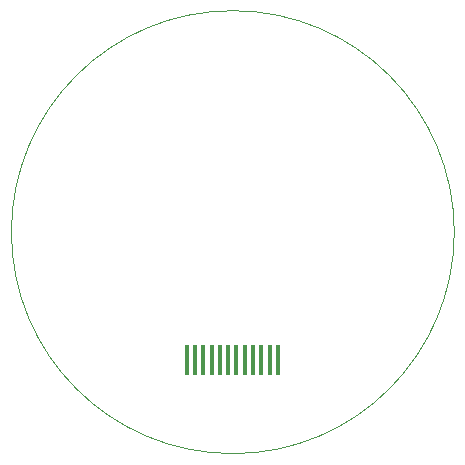
<source format=gbp>
G04 #@! TF.GenerationSoftware,KiCad,Pcbnew,(5.1.10)-1*
G04 #@! TF.CreationDate,2021-07-30T17:06:45-07:00*
G04 #@! TF.ProjectId,esp32-smartwatch,65737033-322d-4736-9d61-727477617463,rev?*
G04 #@! TF.SameCoordinates,PX8f56560PY66b5f20*
G04 #@! TF.FileFunction,Paste,Bot*
G04 #@! TF.FilePolarity,Positive*
%FSLAX46Y46*%
G04 Gerber Fmt 4.6, Leading zero omitted, Abs format (unit mm)*
G04 Created by KiCad (PCBNEW (5.1.10)-1) date 2021-07-30 17:06:45*
%MOMM*%
%LPD*%
G01*
G04 APERTURE LIST*
G04 #@! TA.AperFunction,Profile*
%ADD10C,0.050000*%
G04 #@! TD*
%ADD11R,0.350000X2.500000*%
G04 APERTURE END LIST*
D10*
X37530000Y18800000D02*
G75*
G03*
X37530000Y18800000I-18750000J0D01*
G01*
D11*
X18387000Y7941500D03*
X17687000Y7941500D03*
X16987000Y7941500D03*
X16287000Y7941500D03*
X15587000Y7941500D03*
X14887000Y7941500D03*
X19087000Y7941500D03*
X19787000Y7941500D03*
X20487000Y7941500D03*
X21187000Y7941500D03*
X21887000Y7941500D03*
X22587000Y7941500D03*
M02*

</source>
